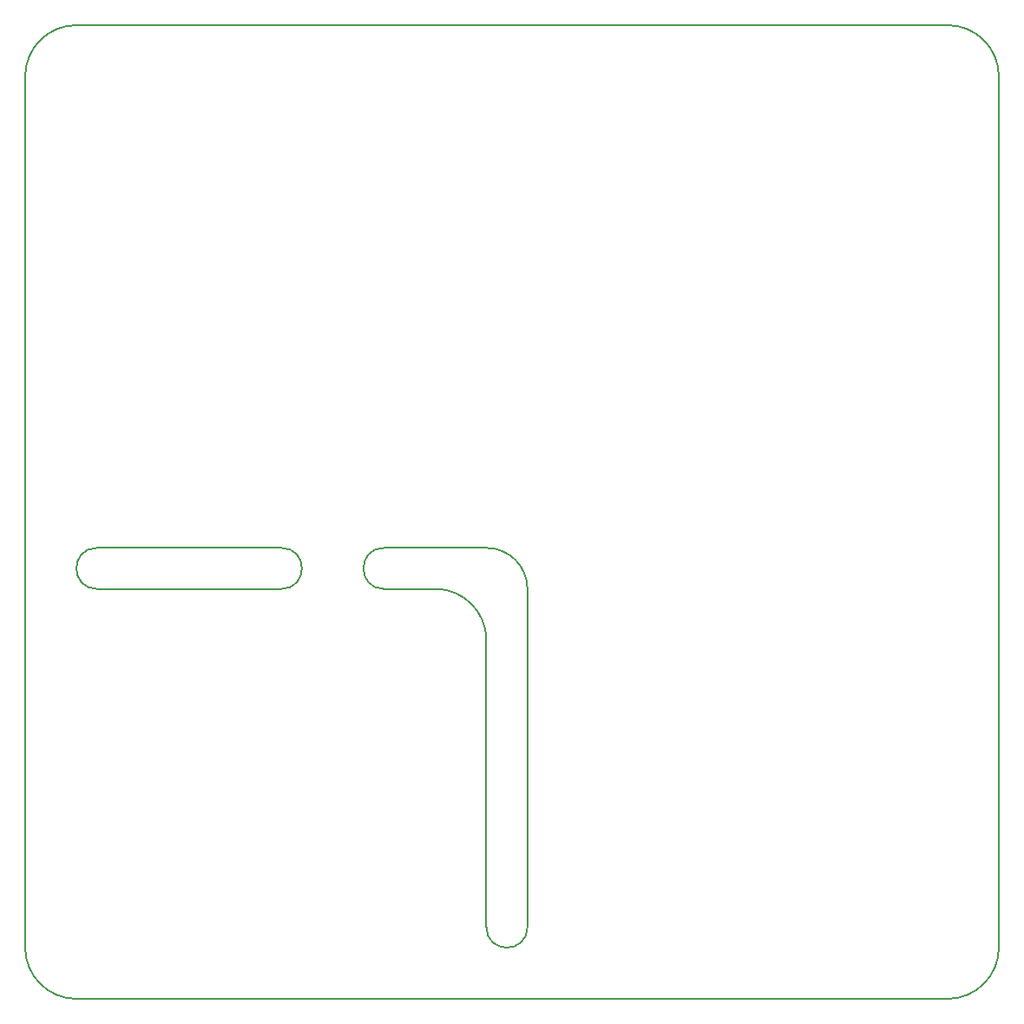
<source format=gbr>
%TF.GenerationSoftware,KiCad,Pcbnew,6.0.11+dfsg-1*%
%TF.CreationDate,2023-12-17T00:58:25-05:00*%
%TF.ProjectId,base_controller,62617365-5f63-46f6-9e74-726f6c6c6572,rev?*%
%TF.SameCoordinates,Original*%
%TF.FileFunction,Profile,NP*%
%FSLAX46Y46*%
G04 Gerber Fmt 4.6, Leading zero omitted, Abs format (unit mm)*
G04 Created by KiCad (PCBNEW 6.0.11+dfsg-1) date 2023-12-17 00:58:25*
%MOMM*%
%LPD*%
G01*
G04 APERTURE LIST*
%TA.AperFunction,Profile*%
%ADD10C,0.150000*%
%TD*%
G04 APERTURE END LIST*
D10*
X100000000Y-145000000D02*
X100000000Y-60000000D01*
X135000000Y-110000000D02*
X140000000Y-110000000D01*
X105000000Y-55000000D02*
G75*
G03*
X100000000Y-60000000I0J-5000000D01*
G01*
X105000000Y-150000000D02*
X190000000Y-150000000D01*
X135000000Y-106000000D02*
G75*
G03*
X135000000Y-110000000I0J-2000000D01*
G01*
X145000000Y-115000000D02*
G75*
G03*
X140000000Y-110000000I-5000000J0D01*
G01*
X149000000Y-110000000D02*
G75*
G03*
X145000000Y-106000000I-4000000J0D01*
G01*
X125000000Y-110000000D02*
G75*
G03*
X125000000Y-106000000I0J2000000D01*
G01*
X105000000Y-55000000D02*
X190000000Y-55000000D01*
X195000000Y-60000000D02*
X195000000Y-145000000D01*
X195000000Y-60000000D02*
G75*
G03*
X190000000Y-55000000I-5000000J0D01*
G01*
X145000000Y-143000000D02*
G75*
G03*
X149000000Y-143000000I2000000J0D01*
G01*
X107000000Y-106000000D02*
X125000000Y-106000000D01*
X107000000Y-106000000D02*
G75*
G03*
X107000000Y-110000000I0J-2000000D01*
G01*
X100000000Y-145000000D02*
G75*
G03*
X105000000Y-150000000I5000000J0D01*
G01*
X107000000Y-110000000D02*
X125000000Y-110000000D01*
X135000000Y-106000000D02*
X145000000Y-106000000D01*
X149000000Y-110000000D02*
X149000000Y-143000000D01*
X145000000Y-115000000D02*
X145000000Y-143000000D01*
X190000000Y-150000000D02*
G75*
G03*
X195000000Y-145000000I0J5000000D01*
G01*
M02*

</source>
